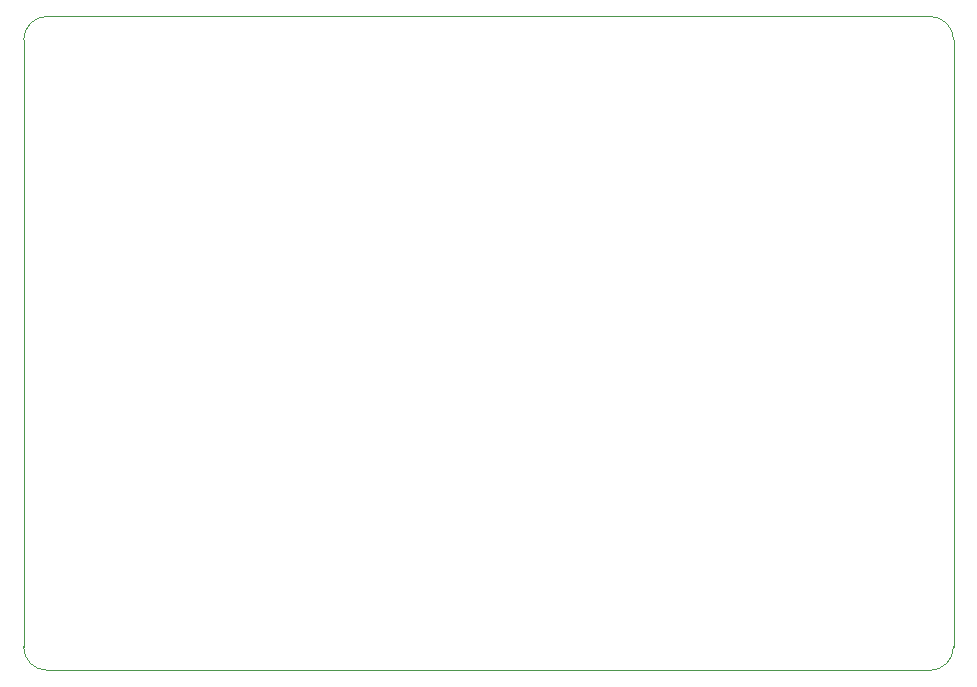
<source format=gbr>
%TF.GenerationSoftware,KiCad,Pcbnew,8.0.2*%
%TF.CreationDate,2025-03-07T16:53:29+01:00*%
%TF.ProjectId,pico-vga-devboard,7069636f-2d76-4676-912d-646576626f61,rev?*%
%TF.SameCoordinates,Original*%
%TF.FileFunction,Profile,NP*%
%FSLAX46Y46*%
G04 Gerber Fmt 4.6, Leading zero omitted, Abs format (unit mm)*
G04 Created by KiCad (PCBNEW 8.0.2) date 2025-03-07 16:53:29*
%MOMM*%
%LPD*%
G01*
G04 APERTURE LIST*
%TA.AperFunction,Profile*%
%ADD10C,0.050000*%
%TD*%
G04 APERTURE END LIST*
D10*
X123444000Y-49752000D02*
X123444000Y-101124000D01*
X46704000Y-47752000D02*
X121444000Y-47752000D01*
X121444000Y-103124000D02*
X46704000Y-103124000D01*
X44704000Y-101124000D02*
X44704000Y-49752000D01*
X121444000Y-47752000D02*
G75*
G02*
X123444000Y-49752000I0J-2000000D01*
G01*
X123444000Y-101124000D02*
G75*
G02*
X121444000Y-103124000I-2000000J0D01*
G01*
X44704000Y-49752000D02*
G75*
G02*
X46704000Y-47752000I2000000J0D01*
G01*
X46704000Y-103124000D02*
G75*
G02*
X44704000Y-101124000I0J2000000D01*
G01*
M02*

</source>
